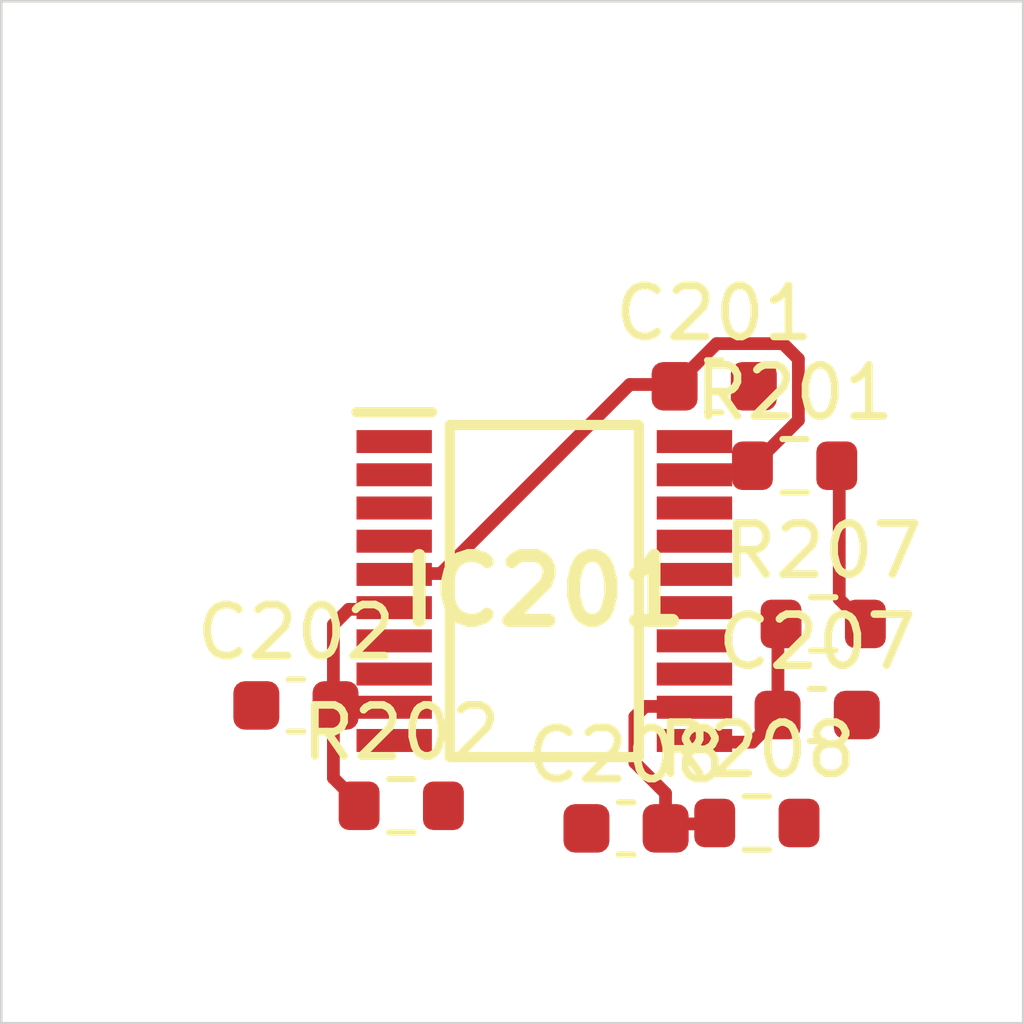
<source format=kicad_pcb>
 ( kicad_pcb  ( version 20171130 )
 ( host pcbnew 5.1.12-84ad8e8a86~92~ubuntu18.04.1 )
 ( general  ( thickness 1.6 )
 ( drawings 4 )
 ( tracks 0 )
 ( zones 0 )
 ( modules 9 )
 ( nets 19 )
)
 ( page A4 )
 ( layers  ( 0 F.Cu signal )
 ( 31 B.Cu signal )
 ( 32 B.Adhes user )
 ( 33 F.Adhes user )
 ( 34 B.Paste user )
 ( 35 F.Paste user )
 ( 36 B.SilkS user )
 ( 37 F.SilkS user )
 ( 38 B.Mask user )
 ( 39 F.Mask user )
 ( 40 Dwgs.User user )
 ( 41 Cmts.User user )
 ( 42 Eco1.User user )
 ( 43 Eco2.User user )
 ( 44 Edge.Cuts user )
 ( 45 Margin user )
 ( 46 B.CrtYd user )
 ( 47 F.CrtYd user )
 ( 48 B.Fab user )
 ( 49 F.Fab user )
)
 ( setup  ( last_trace_width 0.25 )
 ( trace_clearance 0.2 )
 ( zone_clearance 0.508 )
 ( zone_45_only no )
 ( trace_min 0.2 )
 ( via_size 0.8 )
 ( via_drill 0.4 )
 ( via_min_size 0.4 )
 ( via_min_drill 0.3 )
 ( uvia_size 0.3 )
 ( uvia_drill 0.1 )
 ( uvias_allowed no )
 ( uvia_min_size 0.2 )
 ( uvia_min_drill 0.1 )
 ( edge_width 0.05 )
 ( segment_width 0.2 )
 ( pcb_text_width 0.3 )
 ( pcb_text_size 1.5 1.5 )
 ( mod_edge_width 0.12 )
 ( mod_text_size 1 1 )
 ( mod_text_width 0.15 )
 ( pad_size 1.524 1.524 )
 ( pad_drill 0.762 )
 ( pad_to_mask_clearance 0 )
 ( aux_axis_origin 0 0 )
 ( visible_elements FFFFFF7F )
 ( pcbplotparams  ( layerselection 0x010fc_ffffffff )
 ( usegerberextensions false )
 ( usegerberattributes true )
 ( usegerberadvancedattributes true )
 ( creategerberjobfile true )
 ( excludeedgelayer true )
 ( linewidth 0.100000 )
 ( plotframeref false )
 ( viasonmask false )
 ( mode 1 )
 ( useauxorigin false )
 ( hpglpennumber 1 )
 ( hpglpenspeed 20 )
 ( hpglpendiameter 15.000000 )
 ( psnegative false )
 ( psa4output false )
 ( plotreference true )
 ( plotvalue true )
 ( plotinvisibletext false )
 ( padsonsilk false )
 ( subtractmaskfromsilk false )
 ( outputformat 1 )
 ( mirror false )
 ( drillshape 1 )
 ( scaleselection 1 )
 ( outputdirectory "" )
)
)
 ( net 0 "" )
 ( net 1 GND )
 ( net 2 /Sheet6235D886/ch0 )
 ( net 3 /Sheet6235D886/ch1 )
 ( net 4 /Sheet6235D886/ch2 )
 ( net 5 /Sheet6235D886/ch3 )
 ( net 6 /Sheet6235D886/ch4 )
 ( net 7 /Sheet6235D886/ch5 )
 ( net 8 /Sheet6235D886/ch6 )
 ( net 9 /Sheet6235D886/ch7 )
 ( net 10 VDD )
 ( net 11 VDDA )
 ( net 12 /Sheet6235D886/adc_csn )
 ( net 13 /Sheet6235D886/adc_sck )
 ( net 14 /Sheet6235D886/adc_sdi )
 ( net 15 /Sheet6235D886/adc_sdo )
 ( net 16 /Sheet6235D886/vp )
 ( net 17 /Sheet6248AD22/chn0 )
 ( net 18 /Sheet6248AD22/chn3 )
 ( net_class Default "This is the default net class."  ( clearance 0.2 )
 ( trace_width 0.25 )
 ( via_dia 0.8 )
 ( via_drill 0.4 )
 ( uvia_dia 0.3 )
 ( uvia_drill 0.1 )
 ( add_net /Sheet6235D886/adc_csn )
 ( add_net /Sheet6235D886/adc_sck )
 ( add_net /Sheet6235D886/adc_sdi )
 ( add_net /Sheet6235D886/adc_sdo )
 ( add_net /Sheet6235D886/ch0 )
 ( add_net /Sheet6235D886/ch1 )
 ( add_net /Sheet6235D886/ch2 )
 ( add_net /Sheet6235D886/ch3 )
 ( add_net /Sheet6235D886/ch4 )
 ( add_net /Sheet6235D886/ch5 )
 ( add_net /Sheet6235D886/ch6 )
 ( add_net /Sheet6235D886/ch7 )
 ( add_net /Sheet6235D886/vp )
 ( add_net /Sheet6248AD22/chn0 )
 ( add_net /Sheet6248AD22/chn3 )
 ( add_net GND )
 ( add_net VDD )
 ( add_net VDDA )
)
 ( module Capacitor_SMD:C_0603_1608Metric  ( layer F.Cu )
 ( tedit 5F68FEEE )
 ( tstamp 6234222D )
 ( at 93.952700 107.535000 )
 ( descr "Capacitor SMD 0603 (1608 Metric), square (rectangular) end terminal, IPC_7351 nominal, (Body size source: IPC-SM-782 page 76, https://www.pcb-3d.com/wordpress/wp-content/uploads/ipc-sm-782a_amendment_1_and_2.pdf), generated with kicad-footprint-generator" )
 ( tags capacitor )
 ( path /6235D887/623691C5 )
 ( attr smd )
 ( fp_text reference C201  ( at 0 -1.43 )
 ( layer F.SilkS )
 ( effects  ( font  ( size 1 1 )
 ( thickness 0.15 )
)
)
)
 ( fp_text value 0.1uF  ( at 0 1.43 )
 ( layer F.Fab )
 ( effects  ( font  ( size 1 1 )
 ( thickness 0.15 )
)
)
)
 ( fp_line  ( start -0.8 0.4 )
 ( end -0.8 -0.4 )
 ( layer F.Fab )
 ( width 0.1 )
)
 ( fp_line  ( start -0.8 -0.4 )
 ( end 0.8 -0.4 )
 ( layer F.Fab )
 ( width 0.1 )
)
 ( fp_line  ( start 0.8 -0.4 )
 ( end 0.8 0.4 )
 ( layer F.Fab )
 ( width 0.1 )
)
 ( fp_line  ( start 0.8 0.4 )
 ( end -0.8 0.4 )
 ( layer F.Fab )
 ( width 0.1 )
)
 ( fp_line  ( start -0.14058 -0.51 )
 ( end 0.14058 -0.51 )
 ( layer F.SilkS )
 ( width 0.12 )
)
 ( fp_line  ( start -0.14058 0.51 )
 ( end 0.14058 0.51 )
 ( layer F.SilkS )
 ( width 0.12 )
)
 ( fp_line  ( start -1.48 0.73 )
 ( end -1.48 -0.73 )
 ( layer F.CrtYd )
 ( width 0.05 )
)
 ( fp_line  ( start -1.48 -0.73 )
 ( end 1.48 -0.73 )
 ( layer F.CrtYd )
 ( width 0.05 )
)
 ( fp_line  ( start 1.48 -0.73 )
 ( end 1.48 0.73 )
 ( layer F.CrtYd )
 ( width 0.05 )
)
 ( fp_line  ( start 1.48 0.73 )
 ( end -1.48 0.73 )
 ( layer F.CrtYd )
 ( width 0.05 )
)
 ( fp_text user %R  ( at 0 0 )
 ( layer F.Fab )
 ( effects  ( font  ( size 0.4 0.4 )
 ( thickness 0.06 )
)
)
)
 ( pad 2 smd roundrect  ( at 0.775 0 )
 ( size 0.9 0.95 )
 ( layers F.Cu F.Mask F.Paste )
 ( roundrect_rratio 0.25 )
 ( net 1 GND )
)
 ( pad 1 smd roundrect  ( at -0.775 0 )
 ( size 0.9 0.95 )
 ( layers F.Cu F.Mask F.Paste )
 ( roundrect_rratio 0.25 )
 ( net 2 /Sheet6235D886/ch0 )
)
 ( model ${KISYS3DMOD}/Capacitor_SMD.3dshapes/C_0603_1608Metric.wrl  ( at  ( xyz 0 0 0 )
)
 ( scale  ( xyz 1 1 1 )
)
 ( rotate  ( xyz 0 0 0 )
)
)
)
 ( module Capacitor_SMD:C_0603_1608Metric  ( layer F.Cu )
 ( tedit 5F68FEEE )
 ( tstamp 6234223E )
 ( at 85.766900 113.781000 )
 ( descr "Capacitor SMD 0603 (1608 Metric), square (rectangular) end terminal, IPC_7351 nominal, (Body size source: IPC-SM-782 page 76, https://www.pcb-3d.com/wordpress/wp-content/uploads/ipc-sm-782a_amendment_1_and_2.pdf), generated with kicad-footprint-generator" )
 ( tags capacitor )
 ( path /6235D887/62369EE0 )
 ( attr smd )
 ( fp_text reference C202  ( at 0 -1.43 )
 ( layer F.SilkS )
 ( effects  ( font  ( size 1 1 )
 ( thickness 0.15 )
)
)
)
 ( fp_text value 0.1uF  ( at 0 1.43 )
 ( layer F.Fab )
 ( effects  ( font  ( size 1 1 )
 ( thickness 0.15 )
)
)
)
 ( fp_line  ( start 1.48 0.73 )
 ( end -1.48 0.73 )
 ( layer F.CrtYd )
 ( width 0.05 )
)
 ( fp_line  ( start 1.48 -0.73 )
 ( end 1.48 0.73 )
 ( layer F.CrtYd )
 ( width 0.05 )
)
 ( fp_line  ( start -1.48 -0.73 )
 ( end 1.48 -0.73 )
 ( layer F.CrtYd )
 ( width 0.05 )
)
 ( fp_line  ( start -1.48 0.73 )
 ( end -1.48 -0.73 )
 ( layer F.CrtYd )
 ( width 0.05 )
)
 ( fp_line  ( start -0.14058 0.51 )
 ( end 0.14058 0.51 )
 ( layer F.SilkS )
 ( width 0.12 )
)
 ( fp_line  ( start -0.14058 -0.51 )
 ( end 0.14058 -0.51 )
 ( layer F.SilkS )
 ( width 0.12 )
)
 ( fp_line  ( start 0.8 0.4 )
 ( end -0.8 0.4 )
 ( layer F.Fab )
 ( width 0.1 )
)
 ( fp_line  ( start 0.8 -0.4 )
 ( end 0.8 0.4 )
 ( layer F.Fab )
 ( width 0.1 )
)
 ( fp_line  ( start -0.8 -0.4 )
 ( end 0.8 -0.4 )
 ( layer F.Fab )
 ( width 0.1 )
)
 ( fp_line  ( start -0.8 0.4 )
 ( end -0.8 -0.4 )
 ( layer F.Fab )
 ( width 0.1 )
)
 ( fp_text user %R  ( at 0 0 )
 ( layer F.Fab )
 ( effects  ( font  ( size 0.4 0.4 )
 ( thickness 0.06 )
)
)
)
 ( pad 1 smd roundrect  ( at -0.775 0 )
 ( size 0.9 0.95 )
 ( layers F.Cu F.Mask F.Paste )
 ( roundrect_rratio 0.25 )
 ( net 1 GND )
)
 ( pad 2 smd roundrect  ( at 0.775 0 )
 ( size 0.9 0.95 )
 ( layers F.Cu F.Mask F.Paste )
 ( roundrect_rratio 0.25 )
 ( net 3 /Sheet6235D886/ch1 )
)
 ( model ${KISYS3DMOD}/Capacitor_SMD.3dshapes/C_0603_1608Metric.wrl  ( at  ( xyz 0 0 0 )
)
 ( scale  ( xyz 1 1 1 )
)
 ( rotate  ( xyz 0 0 0 )
)
)
)
 ( module Capacitor_SMD:C_0603_1608Metric  ( layer F.Cu )
 ( tedit 5F68FEEE )
 ( tstamp 62342293 )
 ( at 95.967800 113.968000 )
 ( descr "Capacitor SMD 0603 (1608 Metric), square (rectangular) end terminal, IPC_7351 nominal, (Body size source: IPC-SM-782 page 76, https://www.pcb-3d.com/wordpress/wp-content/uploads/ipc-sm-782a_amendment_1_and_2.pdf), generated with kicad-footprint-generator" )
 ( tags capacitor )
 ( path /6235D887/6238B3FE )
 ( attr smd )
 ( fp_text reference C207  ( at 0 -1.43 )
 ( layer F.SilkS )
 ( effects  ( font  ( size 1 1 )
 ( thickness 0.15 )
)
)
)
 ( fp_text value 0.1uF  ( at 0 1.43 )
 ( layer F.Fab )
 ( effects  ( font  ( size 1 1 )
 ( thickness 0.15 )
)
)
)
 ( fp_line  ( start -0.8 0.4 )
 ( end -0.8 -0.4 )
 ( layer F.Fab )
 ( width 0.1 )
)
 ( fp_line  ( start -0.8 -0.4 )
 ( end 0.8 -0.4 )
 ( layer F.Fab )
 ( width 0.1 )
)
 ( fp_line  ( start 0.8 -0.4 )
 ( end 0.8 0.4 )
 ( layer F.Fab )
 ( width 0.1 )
)
 ( fp_line  ( start 0.8 0.4 )
 ( end -0.8 0.4 )
 ( layer F.Fab )
 ( width 0.1 )
)
 ( fp_line  ( start -0.14058 -0.51 )
 ( end 0.14058 -0.51 )
 ( layer F.SilkS )
 ( width 0.12 )
)
 ( fp_line  ( start -0.14058 0.51 )
 ( end 0.14058 0.51 )
 ( layer F.SilkS )
 ( width 0.12 )
)
 ( fp_line  ( start -1.48 0.73 )
 ( end -1.48 -0.73 )
 ( layer F.CrtYd )
 ( width 0.05 )
)
 ( fp_line  ( start -1.48 -0.73 )
 ( end 1.48 -0.73 )
 ( layer F.CrtYd )
 ( width 0.05 )
)
 ( fp_line  ( start 1.48 -0.73 )
 ( end 1.48 0.73 )
 ( layer F.CrtYd )
 ( width 0.05 )
)
 ( fp_line  ( start 1.48 0.73 )
 ( end -1.48 0.73 )
 ( layer F.CrtYd )
 ( width 0.05 )
)
 ( fp_text user %R  ( at 0 0 )
 ( layer F.Fab )
 ( effects  ( font  ( size 0.4 0.4 )
 ( thickness 0.06 )
)
)
)
 ( pad 2 smd roundrect  ( at 0.775 0 )
 ( size 0.9 0.95 )
 ( layers F.Cu F.Mask F.Paste )
 ( roundrect_rratio 0.25 )
 ( net 1 GND )
)
 ( pad 1 smd roundrect  ( at -0.775 0 )
 ( size 0.9 0.95 )
 ( layers F.Cu F.Mask F.Paste )
 ( roundrect_rratio 0.25 )
 ( net 8 /Sheet6235D886/ch6 )
)
 ( model ${KISYS3DMOD}/Capacitor_SMD.3dshapes/C_0603_1608Metric.wrl  ( at  ( xyz 0 0 0 )
)
 ( scale  ( xyz 1 1 1 )
)
 ( rotate  ( xyz 0 0 0 )
)
)
)
 ( module Capacitor_SMD:C_0603_1608Metric  ( layer F.Cu )
 ( tedit 5F68FEEE )
 ( tstamp 623422A4 )
 ( at 92.227400 116.187000 )
 ( descr "Capacitor SMD 0603 (1608 Metric), square (rectangular) end terminal, IPC_7351 nominal, (Body size source: IPC-SM-782 page 76, https://www.pcb-3d.com/wordpress/wp-content/uploads/ipc-sm-782a_amendment_1_and_2.pdf), generated with kicad-footprint-generator" )
 ( tags capacitor )
 ( path /6235D887/6238B404 )
 ( attr smd )
 ( fp_text reference C208  ( at 0 -1.43 )
 ( layer F.SilkS )
 ( effects  ( font  ( size 1 1 )
 ( thickness 0.15 )
)
)
)
 ( fp_text value 0.1uF  ( at 0 1.43 )
 ( layer F.Fab )
 ( effects  ( font  ( size 1 1 )
 ( thickness 0.15 )
)
)
)
 ( fp_line  ( start 1.48 0.73 )
 ( end -1.48 0.73 )
 ( layer F.CrtYd )
 ( width 0.05 )
)
 ( fp_line  ( start 1.48 -0.73 )
 ( end 1.48 0.73 )
 ( layer F.CrtYd )
 ( width 0.05 )
)
 ( fp_line  ( start -1.48 -0.73 )
 ( end 1.48 -0.73 )
 ( layer F.CrtYd )
 ( width 0.05 )
)
 ( fp_line  ( start -1.48 0.73 )
 ( end -1.48 -0.73 )
 ( layer F.CrtYd )
 ( width 0.05 )
)
 ( fp_line  ( start -0.14058 0.51 )
 ( end 0.14058 0.51 )
 ( layer F.SilkS )
 ( width 0.12 )
)
 ( fp_line  ( start -0.14058 -0.51 )
 ( end 0.14058 -0.51 )
 ( layer F.SilkS )
 ( width 0.12 )
)
 ( fp_line  ( start 0.8 0.4 )
 ( end -0.8 0.4 )
 ( layer F.Fab )
 ( width 0.1 )
)
 ( fp_line  ( start 0.8 -0.4 )
 ( end 0.8 0.4 )
 ( layer F.Fab )
 ( width 0.1 )
)
 ( fp_line  ( start -0.8 -0.4 )
 ( end 0.8 -0.4 )
 ( layer F.Fab )
 ( width 0.1 )
)
 ( fp_line  ( start -0.8 0.4 )
 ( end -0.8 -0.4 )
 ( layer F.Fab )
 ( width 0.1 )
)
 ( fp_text user %R  ( at 0 0 )
 ( layer F.Fab )
 ( effects  ( font  ( size 0.4 0.4 )
 ( thickness 0.06 )
)
)
)
 ( pad 1 smd roundrect  ( at -0.775 0 )
 ( size 0.9 0.95 )
 ( layers F.Cu F.Mask F.Paste )
 ( roundrect_rratio 0.25 )
 ( net 1 GND )
)
 ( pad 2 smd roundrect  ( at 0.775 0 )
 ( size 0.9 0.95 )
 ( layers F.Cu F.Mask F.Paste )
 ( roundrect_rratio 0.25 )
 ( net 9 /Sheet6235D886/ch7 )
)
 ( model ${KISYS3DMOD}/Capacitor_SMD.3dshapes/C_0603_1608Metric.wrl  ( at  ( xyz 0 0 0 )
)
 ( scale  ( xyz 1 1 1 )
)
 ( rotate  ( xyz 0 0 0 )
)
)
)
 ( module MCP3564R-E_ST:SOP65P640X120-20N locked  ( layer F.Cu )
 ( tedit 623351C2 )
 ( tstamp 623423D6 )
 ( at 90.628000 111.542000 )
 ( descr "20-Lead Plastic Thin Shrink Small Outline (ST) - 4.4mm body [TSSOP]" )
 ( tags "Integrated Circuit" )
 ( path /6235D887/6235E071 )
 ( attr smd )
 ( fp_text reference IC201  ( at 0 0 )
 ( layer F.SilkS )
 ( effects  ( font  ( size 1.27 1.27 )
 ( thickness 0.254 )
)
)
)
 ( fp_text value MCP3564R-E_ST  ( at 0 0 )
 ( layer F.SilkS )
hide  ( effects  ( font  ( size 1.27 1.27 )
 ( thickness 0.254 )
)
)
)
 ( fp_line  ( start -3.925 -3.55 )
 ( end 3.925 -3.55 )
 ( layer Dwgs.User )
 ( width 0.05 )
)
 ( fp_line  ( start 3.925 -3.55 )
 ( end 3.925 3.55 )
 ( layer Dwgs.User )
 ( width 0.05 )
)
 ( fp_line  ( start 3.925 3.55 )
 ( end -3.925 3.55 )
 ( layer Dwgs.User )
 ( width 0.05 )
)
 ( fp_line  ( start -3.925 3.55 )
 ( end -3.925 -3.55 )
 ( layer Dwgs.User )
 ( width 0.05 )
)
 ( fp_line  ( start -2.2 -3.25 )
 ( end 2.2 -3.25 )
 ( layer Dwgs.User )
 ( width 0.1 )
)
 ( fp_line  ( start 2.2 -3.25 )
 ( end 2.2 3.25 )
 ( layer Dwgs.User )
 ( width 0.1 )
)
 ( fp_line  ( start 2.2 3.25 )
 ( end -2.2 3.25 )
 ( layer Dwgs.User )
 ( width 0.1 )
)
 ( fp_line  ( start -2.2 3.25 )
 ( end -2.2 -3.25 )
 ( layer Dwgs.User )
 ( width 0.1 )
)
 ( fp_line  ( start -2.2 -2.6 )
 ( end -1.55 -3.25 )
 ( layer Dwgs.User )
 ( width 0.1 )
)
 ( fp_line  ( start -1.85 -3.25 )
 ( end 1.85 -3.25 )
 ( layer F.SilkS )
 ( width 0.2 )
)
 ( fp_line  ( start 1.85 -3.25 )
 ( end 1.85 3.25 )
 ( layer F.SilkS )
 ( width 0.2 )
)
 ( fp_line  ( start 1.85 3.25 )
 ( end -1.85 3.25 )
 ( layer F.SilkS )
 ( width 0.2 )
)
 ( fp_line  ( start -1.85 3.25 )
 ( end -1.85 -3.25 )
 ( layer F.SilkS )
 ( width 0.2 )
)
 ( fp_line  ( start -3.675 -3.5 )
 ( end -2.2 -3.5 )
 ( layer F.SilkS )
 ( width 0.2 )
)
 ( pad 1 smd rect  ( at -2.938 -2.925 90.000000 )
 ( size 0.45 1.475 )
 ( layers F.Cu F.Mask F.Paste )
 ( net 11 VDDA )
)
 ( pad 2 smd rect  ( at -2.938 -2.275 90.000000 )
 ( size 0.45 1.475 )
 ( layers F.Cu F.Mask F.Paste )
 ( net 1 GND )
)
 ( pad 3 smd rect  ( at -2.938 -1.625 90.000000 )
 ( size 0.45 1.475 )
 ( layers F.Cu F.Mask F.Paste )
 ( net 1 GND )
)
 ( pad 4 smd rect  ( at -2.938 -0.975 90.000000 )
 ( size 0.45 1.475 )
 ( layers F.Cu F.Mask F.Paste )
)
 ( pad 5 smd rect  ( at -2.938 -0.325 90.000000 )
 ( size 0.45 1.475 )
 ( layers F.Cu F.Mask F.Paste )
 ( net 2 /Sheet6235D886/ch0 )
)
 ( pad 6 smd rect  ( at -2.938 0.325 90.000000 )
 ( size 0.45 1.475 )
 ( layers F.Cu F.Mask F.Paste )
 ( net 3 /Sheet6235D886/ch1 )
)
 ( pad 7 smd rect  ( at -2.938 0.975 90.000000 )
 ( size 0.45 1.475 )
 ( layers F.Cu F.Mask F.Paste )
 ( net 4 /Sheet6235D886/ch2 )
)
 ( pad 8 smd rect  ( at -2.938 1.625 90.000000 )
 ( size 0.45 1.475 )
 ( layers F.Cu F.Mask F.Paste )
 ( net 5 /Sheet6235D886/ch3 )
)
 ( pad 9 smd rect  ( at -2.938 2.275 90.000000 )
 ( size 0.45 1.475 )
 ( layers F.Cu F.Mask F.Paste )
 ( net 6 /Sheet6235D886/ch4 )
)
 ( pad 10 smd rect  ( at -2.938 2.925 90.000000 )
 ( size 0.45 1.475 )
 ( layers F.Cu F.Mask F.Paste )
 ( net 7 /Sheet6235D886/ch5 )
)
 ( pad 11 smd rect  ( at 2.938 2.925 90.000000 )
 ( size 0.45 1.475 )
 ( layers F.Cu F.Mask F.Paste )
 ( net 8 /Sheet6235D886/ch6 )
)
 ( pad 12 smd rect  ( at 2.938 2.275 90.000000 )
 ( size 0.45 1.475 )
 ( layers F.Cu F.Mask F.Paste )
 ( net 9 /Sheet6235D886/ch7 )
)
 ( pad 13 smd rect  ( at 2.938 1.625 90.000000 )
 ( size 0.45 1.475 )
 ( layers F.Cu F.Mask F.Paste )
 ( net 12 /Sheet6235D886/adc_csn )
)
 ( pad 14 smd rect  ( at 2.938 0.975 90.000000 )
 ( size 0.45 1.475 )
 ( layers F.Cu F.Mask F.Paste )
 ( net 13 /Sheet6235D886/adc_sck )
)
 ( pad 15 smd rect  ( at 2.938 0.325 90.000000 )
 ( size 0.45 1.475 )
 ( layers F.Cu F.Mask F.Paste )
 ( net 14 /Sheet6235D886/adc_sdi )
)
 ( pad 16 smd rect  ( at 2.938 -0.325 90.000000 )
 ( size 0.45 1.475 )
 ( layers F.Cu F.Mask F.Paste )
 ( net 15 /Sheet6235D886/adc_sdo )
)
 ( pad 17 smd rect  ( at 2.938 -0.975 90.000000 )
 ( size 0.45 1.475 )
 ( layers F.Cu F.Mask F.Paste )
)
 ( pad 18 smd rect  ( at 2.938 -1.625 90.000000 )
 ( size 0.45 1.475 )
 ( layers F.Cu F.Mask F.Paste )
)
 ( pad 19 smd rect  ( at 2.938 -2.275 90.000000 )
 ( size 0.45 1.475 )
 ( layers F.Cu F.Mask F.Paste )
 ( net 1 GND )
)
 ( pad 20 smd rect  ( at 2.938 -2.925 90.000000 )
 ( size 0.45 1.475 )
 ( layers F.Cu F.Mask F.Paste )
 ( net 10 VDD )
)
)
 ( module Resistor_SMD:R_0603_1608Metric  ( layer F.Cu )
 ( tedit 5F68FEEE )
 ( tstamp 6234250D )
 ( at 95.526100 109.090000 )
 ( descr "Resistor SMD 0603 (1608 Metric), square (rectangular) end terminal, IPC_7351 nominal, (Body size source: IPC-SM-782 page 72, https://www.pcb-3d.com/wordpress/wp-content/uploads/ipc-sm-782a_amendment_1_and_2.pdf), generated with kicad-footprint-generator" )
 ( tags resistor )
 ( path /6235D887/623641B7 )
 ( attr smd )
 ( fp_text reference R201  ( at 0 -1.43 )
 ( layer F.SilkS )
 ( effects  ( font  ( size 1 1 )
 ( thickness 0.15 )
)
)
)
 ( fp_text value 1k  ( at 0 1.43 )
 ( layer F.Fab )
 ( effects  ( font  ( size 1 1 )
 ( thickness 0.15 )
)
)
)
 ( fp_line  ( start -0.8 0.4125 )
 ( end -0.8 -0.4125 )
 ( layer F.Fab )
 ( width 0.1 )
)
 ( fp_line  ( start -0.8 -0.4125 )
 ( end 0.8 -0.4125 )
 ( layer F.Fab )
 ( width 0.1 )
)
 ( fp_line  ( start 0.8 -0.4125 )
 ( end 0.8 0.4125 )
 ( layer F.Fab )
 ( width 0.1 )
)
 ( fp_line  ( start 0.8 0.4125 )
 ( end -0.8 0.4125 )
 ( layer F.Fab )
 ( width 0.1 )
)
 ( fp_line  ( start -0.237258 -0.5225 )
 ( end 0.237258 -0.5225 )
 ( layer F.SilkS )
 ( width 0.12 )
)
 ( fp_line  ( start -0.237258 0.5225 )
 ( end 0.237258 0.5225 )
 ( layer F.SilkS )
 ( width 0.12 )
)
 ( fp_line  ( start -1.48 0.73 )
 ( end -1.48 -0.73 )
 ( layer F.CrtYd )
 ( width 0.05 )
)
 ( fp_line  ( start -1.48 -0.73 )
 ( end 1.48 -0.73 )
 ( layer F.CrtYd )
 ( width 0.05 )
)
 ( fp_line  ( start 1.48 -0.73 )
 ( end 1.48 0.73 )
 ( layer F.CrtYd )
 ( width 0.05 )
)
 ( fp_line  ( start 1.48 0.73 )
 ( end -1.48 0.73 )
 ( layer F.CrtYd )
 ( width 0.05 )
)
 ( fp_text user %R  ( at 0 0 )
 ( layer F.Fab )
 ( effects  ( font  ( size 0.4 0.4 )
 ( thickness 0.06 )
)
)
)
 ( pad 2 smd roundrect  ( at 0.825 0 )
 ( size 0.8 0.95 )
 ( layers F.Cu F.Mask F.Paste )
 ( roundrect_rratio 0.25 )
 ( net 16 /Sheet6235D886/vp )
)
 ( pad 1 smd roundrect  ( at -0.825 0 )
 ( size 0.8 0.95 )
 ( layers F.Cu F.Mask F.Paste )
 ( roundrect_rratio 0.25 )
 ( net 2 /Sheet6235D886/ch0 )
)
 ( model ${KISYS3DMOD}/Resistor_SMD.3dshapes/R_0603_1608Metric.wrl  ( at  ( xyz 0 0 0 )
)
 ( scale  ( xyz 1 1 1 )
)
 ( rotate  ( xyz 0 0 0 )
)
)
)
 ( module Resistor_SMD:R_0603_1608Metric  ( layer F.Cu )
 ( tedit 5F68FEEE )
 ( tstamp 6234251E )
 ( at 87.828200 115.745000 )
 ( descr "Resistor SMD 0603 (1608 Metric), square (rectangular) end terminal, IPC_7351 nominal, (Body size source: IPC-SM-782 page 72, https://www.pcb-3d.com/wordpress/wp-content/uploads/ipc-sm-782a_amendment_1_and_2.pdf), generated with kicad-footprint-generator" )
 ( tags resistor )
 ( path /6235D887/6236A646 )
 ( attr smd )
 ( fp_text reference R202  ( at 0 -1.43 )
 ( layer F.SilkS )
 ( effects  ( font  ( size 1 1 )
 ( thickness 0.15 )
)
)
)
 ( fp_text value 1k  ( at 0 1.43 )
 ( layer F.Fab )
 ( effects  ( font  ( size 1 1 )
 ( thickness 0.15 )
)
)
)
 ( fp_line  ( start 1.48 0.73 )
 ( end -1.48 0.73 )
 ( layer F.CrtYd )
 ( width 0.05 )
)
 ( fp_line  ( start 1.48 -0.73 )
 ( end 1.48 0.73 )
 ( layer F.CrtYd )
 ( width 0.05 )
)
 ( fp_line  ( start -1.48 -0.73 )
 ( end 1.48 -0.73 )
 ( layer F.CrtYd )
 ( width 0.05 )
)
 ( fp_line  ( start -1.48 0.73 )
 ( end -1.48 -0.73 )
 ( layer F.CrtYd )
 ( width 0.05 )
)
 ( fp_line  ( start -0.237258 0.5225 )
 ( end 0.237258 0.5225 )
 ( layer F.SilkS )
 ( width 0.12 )
)
 ( fp_line  ( start -0.237258 -0.5225 )
 ( end 0.237258 -0.5225 )
 ( layer F.SilkS )
 ( width 0.12 )
)
 ( fp_line  ( start 0.8 0.4125 )
 ( end -0.8 0.4125 )
 ( layer F.Fab )
 ( width 0.1 )
)
 ( fp_line  ( start 0.8 -0.4125 )
 ( end 0.8 0.4125 )
 ( layer F.Fab )
 ( width 0.1 )
)
 ( fp_line  ( start -0.8 -0.4125 )
 ( end 0.8 -0.4125 )
 ( layer F.Fab )
 ( width 0.1 )
)
 ( fp_line  ( start -0.8 0.4125 )
 ( end -0.8 -0.4125 )
 ( layer F.Fab )
 ( width 0.1 )
)
 ( fp_text user %R  ( at 0 0 )
 ( layer F.Fab )
 ( effects  ( font  ( size 0.4 0.4 )
 ( thickness 0.06 )
)
)
)
 ( pad 1 smd roundrect  ( at -0.825 0 )
 ( size 0.8 0.95 )
 ( layers F.Cu F.Mask F.Paste )
 ( roundrect_rratio 0.25 )
 ( net 3 /Sheet6235D886/ch1 )
)
 ( pad 2 smd roundrect  ( at 0.825 0 )
 ( size 0.8 0.95 )
 ( layers F.Cu F.Mask F.Paste )
 ( roundrect_rratio 0.25 )
 ( net 17 /Sheet6248AD22/chn0 )
)
 ( model ${KISYS3DMOD}/Resistor_SMD.3dshapes/R_0603_1608Metric.wrl  ( at  ( xyz 0 0 0 )
)
 ( scale  ( xyz 1 1 1 )
)
 ( rotate  ( xyz 0 0 0 )
)
)
)
 ( module Resistor_SMD:R_0603_1608Metric  ( layer F.Cu )
 ( tedit 5F68FEEE )
 ( tstamp 62342573 )
 ( at 96.086300 112.186000 )
 ( descr "Resistor SMD 0603 (1608 Metric), square (rectangular) end terminal, IPC_7351 nominal, (Body size source: IPC-SM-782 page 72, https://www.pcb-3d.com/wordpress/wp-content/uploads/ipc-sm-782a_amendment_1_and_2.pdf), generated with kicad-footprint-generator" )
 ( tags resistor )
 ( path /6235D887/6238B3F8 )
 ( attr smd )
 ( fp_text reference R207  ( at 0 -1.43 )
 ( layer F.SilkS )
 ( effects  ( font  ( size 1 1 )
 ( thickness 0.15 )
)
)
)
 ( fp_text value 1k  ( at 0 1.43 )
 ( layer F.Fab )
 ( effects  ( font  ( size 1 1 )
 ( thickness 0.15 )
)
)
)
 ( fp_line  ( start -0.8 0.4125 )
 ( end -0.8 -0.4125 )
 ( layer F.Fab )
 ( width 0.1 )
)
 ( fp_line  ( start -0.8 -0.4125 )
 ( end 0.8 -0.4125 )
 ( layer F.Fab )
 ( width 0.1 )
)
 ( fp_line  ( start 0.8 -0.4125 )
 ( end 0.8 0.4125 )
 ( layer F.Fab )
 ( width 0.1 )
)
 ( fp_line  ( start 0.8 0.4125 )
 ( end -0.8 0.4125 )
 ( layer F.Fab )
 ( width 0.1 )
)
 ( fp_line  ( start -0.237258 -0.5225 )
 ( end 0.237258 -0.5225 )
 ( layer F.SilkS )
 ( width 0.12 )
)
 ( fp_line  ( start -0.237258 0.5225 )
 ( end 0.237258 0.5225 )
 ( layer F.SilkS )
 ( width 0.12 )
)
 ( fp_line  ( start -1.48 0.73 )
 ( end -1.48 -0.73 )
 ( layer F.CrtYd )
 ( width 0.05 )
)
 ( fp_line  ( start -1.48 -0.73 )
 ( end 1.48 -0.73 )
 ( layer F.CrtYd )
 ( width 0.05 )
)
 ( fp_line  ( start 1.48 -0.73 )
 ( end 1.48 0.73 )
 ( layer F.CrtYd )
 ( width 0.05 )
)
 ( fp_line  ( start 1.48 0.73 )
 ( end -1.48 0.73 )
 ( layer F.CrtYd )
 ( width 0.05 )
)
 ( fp_text user %R  ( at 0 0 )
 ( layer F.Fab )
 ( effects  ( font  ( size 0.4 0.4 )
 ( thickness 0.06 )
)
)
)
 ( pad 2 smd roundrect  ( at 0.825 0 )
 ( size 0.8 0.95 )
 ( layers F.Cu F.Mask F.Paste )
 ( roundrect_rratio 0.25 )
 ( net 16 /Sheet6235D886/vp )
)
 ( pad 1 smd roundrect  ( at -0.825 0 )
 ( size 0.8 0.95 )
 ( layers F.Cu F.Mask F.Paste )
 ( roundrect_rratio 0.25 )
 ( net 8 /Sheet6235D886/ch6 )
)
 ( model ${KISYS3DMOD}/Resistor_SMD.3dshapes/R_0603_1608Metric.wrl  ( at  ( xyz 0 0 0 )
)
 ( scale  ( xyz 1 1 1 )
)
 ( rotate  ( xyz 0 0 0 )
)
)
)
 ( module Resistor_SMD:R_0603_1608Metric  ( layer F.Cu )
 ( tedit 5F68FEEE )
 ( tstamp 62342584 )
 ( at 94.787800 116.082000 )
 ( descr "Resistor SMD 0603 (1608 Metric), square (rectangular) end terminal, IPC_7351 nominal, (Body size source: IPC-SM-782 page 72, https://www.pcb-3d.com/wordpress/wp-content/uploads/ipc-sm-782a_amendment_1_and_2.pdf), generated with kicad-footprint-generator" )
 ( tags resistor )
 ( path /6235D887/6238B40A )
 ( attr smd )
 ( fp_text reference R208  ( at 0 -1.43 )
 ( layer F.SilkS )
 ( effects  ( font  ( size 1 1 )
 ( thickness 0.15 )
)
)
)
 ( fp_text value 1k  ( at 0 1.43 )
 ( layer F.Fab )
 ( effects  ( font  ( size 1 1 )
 ( thickness 0.15 )
)
)
)
 ( fp_line  ( start 1.48 0.73 )
 ( end -1.48 0.73 )
 ( layer F.CrtYd )
 ( width 0.05 )
)
 ( fp_line  ( start 1.48 -0.73 )
 ( end 1.48 0.73 )
 ( layer F.CrtYd )
 ( width 0.05 )
)
 ( fp_line  ( start -1.48 -0.73 )
 ( end 1.48 -0.73 )
 ( layer F.CrtYd )
 ( width 0.05 )
)
 ( fp_line  ( start -1.48 0.73 )
 ( end -1.48 -0.73 )
 ( layer F.CrtYd )
 ( width 0.05 )
)
 ( fp_line  ( start -0.237258 0.5225 )
 ( end 0.237258 0.5225 )
 ( layer F.SilkS )
 ( width 0.12 )
)
 ( fp_line  ( start -0.237258 -0.5225 )
 ( end 0.237258 -0.5225 )
 ( layer F.SilkS )
 ( width 0.12 )
)
 ( fp_line  ( start 0.8 0.4125 )
 ( end -0.8 0.4125 )
 ( layer F.Fab )
 ( width 0.1 )
)
 ( fp_line  ( start 0.8 -0.4125 )
 ( end 0.8 0.4125 )
 ( layer F.Fab )
 ( width 0.1 )
)
 ( fp_line  ( start -0.8 -0.4125 )
 ( end 0.8 -0.4125 )
 ( layer F.Fab )
 ( width 0.1 )
)
 ( fp_line  ( start -0.8 0.4125 )
 ( end -0.8 -0.4125 )
 ( layer F.Fab )
 ( width 0.1 )
)
 ( fp_text user %R  ( at 0 0 )
 ( layer F.Fab )
 ( effects  ( font  ( size 0.4 0.4 )
 ( thickness 0.06 )
)
)
)
 ( pad 1 smd roundrect  ( at -0.825 0 )
 ( size 0.8 0.95 )
 ( layers F.Cu F.Mask F.Paste )
 ( roundrect_rratio 0.25 )
 ( net 9 /Sheet6235D886/ch7 )
)
 ( pad 2 smd roundrect  ( at 0.825 0 )
 ( size 0.8 0.95 )
 ( layers F.Cu F.Mask F.Paste )
 ( roundrect_rratio 0.25 )
 ( net 18 /Sheet6248AD22/chn3 )
)
 ( model ${KISYS3DMOD}/Resistor_SMD.3dshapes/R_0603_1608Metric.wrl  ( at  ( xyz 0 0 0 )
)
 ( scale  ( xyz 1 1 1 )
)
 ( rotate  ( xyz 0 0 0 )
)
)
)
 ( gr_line  ( start 100 100 )
 ( end 100 120 )
 ( layer Edge.Cuts )
 ( width 0.05 )
 ( tstamp 62E770C4 )
)
 ( gr_line  ( start 80 120 )
 ( end 100 120 )
 ( layer Edge.Cuts )
 ( width 0.05 )
 ( tstamp 62E770C0 )
)
 ( gr_line  ( start 80 100 )
 ( end 100 100 )
 ( layer Edge.Cuts )
 ( width 0.05 )
 ( tstamp 6234110C )
)
 ( gr_line  ( start 80 100 )
 ( end 80 120 )
 ( layer Edge.Cuts )
 ( width 0.05 )
)
 ( segment  ( start 87.700001 111.200002 )
 ( end 88.600001 111.200002 )
 ( width 0.250000 )
 ( layer F.Cu )
 ( net 2 )
)
 ( segment  ( start 88.600001 111.200002 )
 ( end 92.300001 107.500002 )
 ( width 0.250000 )
 ( layer F.Cu )
 ( net 2 )
)
 ( segment  ( start 92.300001 107.500002 )
 ( end 93.200001 107.500002 )
 ( width 0.250000 )
 ( layer F.Cu )
 ( net 2 )
)
 ( segment  ( start 94.700001 109.100002 )
 ( end 95.600001 108.200002 )
 ( width 0.250000 )
 ( layer F.Cu )
 ( net 2 )
)
 ( segment  ( start 95.600001 108.200002 )
 ( end 95.600001 107.000002 )
 ( width 0.250000 )
 ( layer F.Cu )
 ( net 2 )
)
 ( segment  ( start 95.600001 107.000002 )
 ( end 95.300001 106.700002 )
 ( width 0.250000 )
 ( layer F.Cu )
 ( net 2 )
)
 ( segment  ( start 95.300001 106.700002 )
 ( end 94.000001 106.700002 )
 ( width 0.250000 )
 ( layer F.Cu )
 ( net 2 )
)
 ( segment  ( start 94.000001 106.700002 )
 ( end 93.200001 107.500002 )
 ( width 0.250000 )
 ( layer F.Cu )
 ( net 2 )
)
 ( segment  ( start 87.700001 111.900002 )
 ( end 86.800001 111.900002 )
 ( width 0.250000 )
 ( layer F.Cu )
 ( net 3 )
)
 ( segment  ( start 86.800001 111.900002 )
 ( end 86.500001 112.200002 )
 ( width 0.250000 )
 ( layer F.Cu )
 ( net 3 )
)
 ( segment  ( start 86.500001 112.200002 )
 ( end 86.500001 113.800002 )
 ( width 0.250000 )
 ( layer F.Cu )
 ( net 3 )
)
 ( segment  ( start 87.000001 115.700002 )
 ( end 86.500001 115.200002 )
 ( width 0.250000 )
 ( layer F.Cu )
 ( net 3 )
)
 ( segment  ( start 86.500001 115.200002 )
 ( end 86.500001 113.800002 )
 ( width 0.250000 )
 ( layer F.Cu )
 ( net 3 )
)
 ( segment  ( start 93.600001 114.500002 )
 ( end 94.700001 114.500002 )
 ( width 0.250000 )
 ( layer F.Cu )
 ( net 8 )
)
 ( segment  ( start 94.700001 114.500002 )
 ( end 95.200001 114.000002 )
 ( width 0.250000 )
 ( layer F.Cu )
 ( net 8 )
)
 ( segment  ( start 95.300001 112.200002 )
 ( end 95.200001 112.300002 )
 ( width 0.250000 )
 ( layer F.Cu )
 ( net 8 )
)
 ( segment  ( start 95.200001 112.300002 )
 ( end 95.200001 114.000002 )
 ( width 0.250000 )
 ( layer F.Cu )
 ( net 8 )
)
 ( segment  ( start 93.600001 113.800002 )
 ( end 92.600001 113.800002 )
 ( width 0.250000 )
 ( layer F.Cu )
 ( net 9 )
)
 ( segment  ( start 92.600001 113.800002 )
 ( end 92.400001 114.000002 )
 ( width 0.250000 )
 ( layer F.Cu )
 ( net 9 )
)
 ( segment  ( start 92.400001 114.000002 )
 ( end 92.400001 114.900002 )
 ( width 0.250000 )
 ( layer F.Cu )
 ( net 9 )
)
 ( segment  ( start 92.400001 114.900002 )
 ( end 93.000001 115.500002 )
 ( width 0.250000 )
 ( layer F.Cu )
 ( net 9 )
)
 ( segment  ( start 93.000001 115.500002 )
 ( end 93.000001 116.200002 )
 ( width 0.250000 )
 ( layer F.Cu )
 ( net 9 )
)
 ( segment  ( start 94.000001 116.100002 )
 ( end 93.000001 116.100002 )
 ( width 0.250000 )
 ( layer F.Cu )
 ( net 9 )
)
 ( segment  ( start 96.900001 112.200002 )
 ( end 96.400001 111.700002 )
 ( width 0.250000 )
 ( layer F.Cu )
 ( net 16 )
)
 ( segment  ( start 96.400001 111.700002 )
 ( end 96.400001 109.100002 )
 ( width 0.250000 )
 ( layer F.Cu )
 ( net 16 )
)
)

</source>
